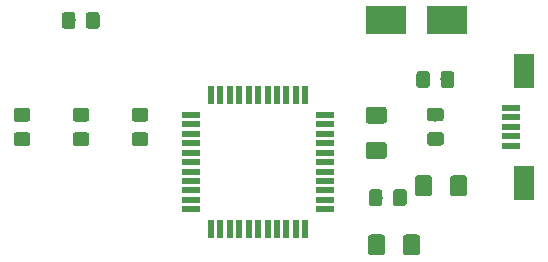
<source format=gbr>
G04 #@! TF.GenerationSoftware,KiCad,Pcbnew,5.0.2+dfsg1-1*
G04 #@! TF.CreationDate,2019-09-12T15:21:08-03:00*
G04 #@! TF.ProjectId,projeto1,70726f6a-6574-46f3-912e-6b696361645f,rev?*
G04 #@! TF.SameCoordinates,Original*
G04 #@! TF.FileFunction,Paste,Top*
G04 #@! TF.FilePolarity,Positive*
%FSLAX46Y46*%
G04 Gerber Fmt 4.6, Leading zero omitted, Abs format (unit mm)*
G04 Created by KiCad (PCBNEW 5.0.2+dfsg1-1) date qui 12 set 2019 15:21:08 -03*
%MOMM*%
%LPD*%
G01*
G04 APERTURE LIST*
%ADD10C,0.100000*%
%ADD11C,1.150000*%
%ADD12R,1.500000X0.500000*%
%ADD13R,1.800000X3.000000*%
%ADD14R,3.500000X2.400000*%
%ADD15R,0.550000X1.500000*%
%ADD16R,1.500000X0.550000*%
%ADD17C,1.425000*%
G04 APERTURE END LIST*
D10*
G04 #@! TO.C,C2*
G36*
X83474505Y-75426204D02*
X83498773Y-75429804D01*
X83522572Y-75435765D01*
X83545671Y-75444030D01*
X83567850Y-75454520D01*
X83588893Y-75467132D01*
X83608599Y-75481747D01*
X83626777Y-75498223D01*
X83643253Y-75516401D01*
X83657868Y-75536107D01*
X83670480Y-75557150D01*
X83680970Y-75579329D01*
X83689235Y-75602428D01*
X83695196Y-75626227D01*
X83698796Y-75650495D01*
X83700000Y-75674999D01*
X83700000Y-76325001D01*
X83698796Y-76349505D01*
X83695196Y-76373773D01*
X83689235Y-76397572D01*
X83680970Y-76420671D01*
X83670480Y-76442850D01*
X83657868Y-76463893D01*
X83643253Y-76483599D01*
X83626777Y-76501777D01*
X83608599Y-76518253D01*
X83588893Y-76532868D01*
X83567850Y-76545480D01*
X83545671Y-76555970D01*
X83522572Y-76564235D01*
X83498773Y-76570196D01*
X83474505Y-76573796D01*
X83450001Y-76575000D01*
X82549999Y-76575000D01*
X82525495Y-76573796D01*
X82501227Y-76570196D01*
X82477428Y-76564235D01*
X82454329Y-76555970D01*
X82432150Y-76545480D01*
X82411107Y-76532868D01*
X82391401Y-76518253D01*
X82373223Y-76501777D01*
X82356747Y-76483599D01*
X82342132Y-76463893D01*
X82329520Y-76442850D01*
X82319030Y-76420671D01*
X82310765Y-76397572D01*
X82304804Y-76373773D01*
X82301204Y-76349505D01*
X82300000Y-76325001D01*
X82300000Y-75674999D01*
X82301204Y-75650495D01*
X82304804Y-75626227D01*
X82310765Y-75602428D01*
X82319030Y-75579329D01*
X82329520Y-75557150D01*
X82342132Y-75536107D01*
X82356747Y-75516401D01*
X82373223Y-75498223D01*
X82391401Y-75481747D01*
X82411107Y-75467132D01*
X82432150Y-75454520D01*
X82454329Y-75444030D01*
X82477428Y-75435765D01*
X82501227Y-75429804D01*
X82525495Y-75426204D01*
X82549999Y-75425000D01*
X83450001Y-75425000D01*
X83474505Y-75426204D01*
X83474505Y-75426204D01*
G37*
D11*
X83000000Y-76000000D03*
D10*
G36*
X83474505Y-77476204D02*
X83498773Y-77479804D01*
X83522572Y-77485765D01*
X83545671Y-77494030D01*
X83567850Y-77504520D01*
X83588893Y-77517132D01*
X83608599Y-77531747D01*
X83626777Y-77548223D01*
X83643253Y-77566401D01*
X83657868Y-77586107D01*
X83670480Y-77607150D01*
X83680970Y-77629329D01*
X83689235Y-77652428D01*
X83695196Y-77676227D01*
X83698796Y-77700495D01*
X83700000Y-77724999D01*
X83700000Y-78375001D01*
X83698796Y-78399505D01*
X83695196Y-78423773D01*
X83689235Y-78447572D01*
X83680970Y-78470671D01*
X83670480Y-78492850D01*
X83657868Y-78513893D01*
X83643253Y-78533599D01*
X83626777Y-78551777D01*
X83608599Y-78568253D01*
X83588893Y-78582868D01*
X83567850Y-78595480D01*
X83545671Y-78605970D01*
X83522572Y-78614235D01*
X83498773Y-78620196D01*
X83474505Y-78623796D01*
X83450001Y-78625000D01*
X82549999Y-78625000D01*
X82525495Y-78623796D01*
X82501227Y-78620196D01*
X82477428Y-78614235D01*
X82454329Y-78605970D01*
X82432150Y-78595480D01*
X82411107Y-78582868D01*
X82391401Y-78568253D01*
X82373223Y-78551777D01*
X82356747Y-78533599D01*
X82342132Y-78513893D01*
X82329520Y-78492850D01*
X82319030Y-78470671D01*
X82310765Y-78447572D01*
X82304804Y-78423773D01*
X82301204Y-78399505D01*
X82300000Y-78375001D01*
X82300000Y-77724999D01*
X82301204Y-77700495D01*
X82304804Y-77676227D01*
X82310765Y-77652428D01*
X82319030Y-77629329D01*
X82329520Y-77607150D01*
X82342132Y-77586107D01*
X82356747Y-77566401D01*
X82373223Y-77548223D01*
X82391401Y-77531747D01*
X82411107Y-77517132D01*
X82432150Y-77504520D01*
X82454329Y-77494030D01*
X82477428Y-77485765D01*
X82501227Y-77479804D01*
X82525495Y-77476204D01*
X82549999Y-77475000D01*
X83450001Y-77475000D01*
X83474505Y-77476204D01*
X83474505Y-77476204D01*
G37*
D11*
X83000000Y-78050000D03*
G04 #@! TD*
D10*
G04 #@! TO.C,C3*
G36*
X112324505Y-72301204D02*
X112348773Y-72304804D01*
X112372572Y-72310765D01*
X112395671Y-72319030D01*
X112417850Y-72329520D01*
X112438893Y-72342132D01*
X112458599Y-72356747D01*
X112476777Y-72373223D01*
X112493253Y-72391401D01*
X112507868Y-72411107D01*
X112520480Y-72432150D01*
X112530970Y-72454329D01*
X112539235Y-72477428D01*
X112545196Y-72501227D01*
X112548796Y-72525495D01*
X112550000Y-72549999D01*
X112550000Y-73450001D01*
X112548796Y-73474505D01*
X112545196Y-73498773D01*
X112539235Y-73522572D01*
X112530970Y-73545671D01*
X112520480Y-73567850D01*
X112507868Y-73588893D01*
X112493253Y-73608599D01*
X112476777Y-73626777D01*
X112458599Y-73643253D01*
X112438893Y-73657868D01*
X112417850Y-73670480D01*
X112395671Y-73680970D01*
X112372572Y-73689235D01*
X112348773Y-73695196D01*
X112324505Y-73698796D01*
X112300001Y-73700000D01*
X111649999Y-73700000D01*
X111625495Y-73698796D01*
X111601227Y-73695196D01*
X111577428Y-73689235D01*
X111554329Y-73680970D01*
X111532150Y-73670480D01*
X111511107Y-73657868D01*
X111491401Y-73643253D01*
X111473223Y-73626777D01*
X111456747Y-73608599D01*
X111442132Y-73588893D01*
X111429520Y-73567850D01*
X111419030Y-73545671D01*
X111410765Y-73522572D01*
X111404804Y-73498773D01*
X111401204Y-73474505D01*
X111400000Y-73450001D01*
X111400000Y-72549999D01*
X111401204Y-72525495D01*
X111404804Y-72501227D01*
X111410765Y-72477428D01*
X111419030Y-72454329D01*
X111429520Y-72432150D01*
X111442132Y-72411107D01*
X111456747Y-72391401D01*
X111473223Y-72373223D01*
X111491401Y-72356747D01*
X111511107Y-72342132D01*
X111532150Y-72329520D01*
X111554329Y-72319030D01*
X111577428Y-72310765D01*
X111601227Y-72304804D01*
X111625495Y-72301204D01*
X111649999Y-72300000D01*
X112300001Y-72300000D01*
X112324505Y-72301204D01*
X112324505Y-72301204D01*
G37*
D11*
X111975000Y-73000000D03*
D10*
G36*
X114374505Y-72301204D02*
X114398773Y-72304804D01*
X114422572Y-72310765D01*
X114445671Y-72319030D01*
X114467850Y-72329520D01*
X114488893Y-72342132D01*
X114508599Y-72356747D01*
X114526777Y-72373223D01*
X114543253Y-72391401D01*
X114557868Y-72411107D01*
X114570480Y-72432150D01*
X114580970Y-72454329D01*
X114589235Y-72477428D01*
X114595196Y-72501227D01*
X114598796Y-72525495D01*
X114600000Y-72549999D01*
X114600000Y-73450001D01*
X114598796Y-73474505D01*
X114595196Y-73498773D01*
X114589235Y-73522572D01*
X114580970Y-73545671D01*
X114570480Y-73567850D01*
X114557868Y-73588893D01*
X114543253Y-73608599D01*
X114526777Y-73626777D01*
X114508599Y-73643253D01*
X114488893Y-73657868D01*
X114467850Y-73670480D01*
X114445671Y-73680970D01*
X114422572Y-73689235D01*
X114398773Y-73695196D01*
X114374505Y-73698796D01*
X114350001Y-73700000D01*
X113699999Y-73700000D01*
X113675495Y-73698796D01*
X113651227Y-73695196D01*
X113627428Y-73689235D01*
X113604329Y-73680970D01*
X113582150Y-73670480D01*
X113561107Y-73657868D01*
X113541401Y-73643253D01*
X113523223Y-73626777D01*
X113506747Y-73608599D01*
X113492132Y-73588893D01*
X113479520Y-73567850D01*
X113469030Y-73545671D01*
X113460765Y-73522572D01*
X113454804Y-73498773D01*
X113451204Y-73474505D01*
X113450000Y-73450001D01*
X113450000Y-72549999D01*
X113451204Y-72525495D01*
X113454804Y-72501227D01*
X113460765Y-72477428D01*
X113469030Y-72454329D01*
X113479520Y-72432150D01*
X113492132Y-72411107D01*
X113506747Y-72391401D01*
X113523223Y-72373223D01*
X113541401Y-72356747D01*
X113561107Y-72342132D01*
X113582150Y-72329520D01*
X113604329Y-72319030D01*
X113627428Y-72310765D01*
X113651227Y-72304804D01*
X113675495Y-72301204D01*
X113699999Y-72300000D01*
X114350001Y-72300000D01*
X114374505Y-72301204D01*
X114374505Y-72301204D01*
G37*
D11*
X114025000Y-73000000D03*
G04 #@! TD*
D10*
G04 #@! TO.C,C4*
G36*
X82299505Y-67301204D02*
X82323773Y-67304804D01*
X82347572Y-67310765D01*
X82370671Y-67319030D01*
X82392850Y-67329520D01*
X82413893Y-67342132D01*
X82433599Y-67356747D01*
X82451777Y-67373223D01*
X82468253Y-67391401D01*
X82482868Y-67411107D01*
X82495480Y-67432150D01*
X82505970Y-67454329D01*
X82514235Y-67477428D01*
X82520196Y-67501227D01*
X82523796Y-67525495D01*
X82525000Y-67549999D01*
X82525000Y-68450001D01*
X82523796Y-68474505D01*
X82520196Y-68498773D01*
X82514235Y-68522572D01*
X82505970Y-68545671D01*
X82495480Y-68567850D01*
X82482868Y-68588893D01*
X82468253Y-68608599D01*
X82451777Y-68626777D01*
X82433599Y-68643253D01*
X82413893Y-68657868D01*
X82392850Y-68670480D01*
X82370671Y-68680970D01*
X82347572Y-68689235D01*
X82323773Y-68695196D01*
X82299505Y-68698796D01*
X82275001Y-68700000D01*
X81624999Y-68700000D01*
X81600495Y-68698796D01*
X81576227Y-68695196D01*
X81552428Y-68689235D01*
X81529329Y-68680970D01*
X81507150Y-68670480D01*
X81486107Y-68657868D01*
X81466401Y-68643253D01*
X81448223Y-68626777D01*
X81431747Y-68608599D01*
X81417132Y-68588893D01*
X81404520Y-68567850D01*
X81394030Y-68545671D01*
X81385765Y-68522572D01*
X81379804Y-68498773D01*
X81376204Y-68474505D01*
X81375000Y-68450001D01*
X81375000Y-67549999D01*
X81376204Y-67525495D01*
X81379804Y-67501227D01*
X81385765Y-67477428D01*
X81394030Y-67454329D01*
X81404520Y-67432150D01*
X81417132Y-67411107D01*
X81431747Y-67391401D01*
X81448223Y-67373223D01*
X81466401Y-67356747D01*
X81486107Y-67342132D01*
X81507150Y-67329520D01*
X81529329Y-67319030D01*
X81552428Y-67310765D01*
X81576227Y-67304804D01*
X81600495Y-67301204D01*
X81624999Y-67300000D01*
X82275001Y-67300000D01*
X82299505Y-67301204D01*
X82299505Y-67301204D01*
G37*
D11*
X81950000Y-68000000D03*
D10*
G36*
X84349505Y-67301204D02*
X84373773Y-67304804D01*
X84397572Y-67310765D01*
X84420671Y-67319030D01*
X84442850Y-67329520D01*
X84463893Y-67342132D01*
X84483599Y-67356747D01*
X84501777Y-67373223D01*
X84518253Y-67391401D01*
X84532868Y-67411107D01*
X84545480Y-67432150D01*
X84555970Y-67454329D01*
X84564235Y-67477428D01*
X84570196Y-67501227D01*
X84573796Y-67525495D01*
X84575000Y-67549999D01*
X84575000Y-68450001D01*
X84573796Y-68474505D01*
X84570196Y-68498773D01*
X84564235Y-68522572D01*
X84555970Y-68545671D01*
X84545480Y-68567850D01*
X84532868Y-68588893D01*
X84518253Y-68608599D01*
X84501777Y-68626777D01*
X84483599Y-68643253D01*
X84463893Y-68657868D01*
X84442850Y-68670480D01*
X84420671Y-68680970D01*
X84397572Y-68689235D01*
X84373773Y-68695196D01*
X84349505Y-68698796D01*
X84325001Y-68700000D01*
X83674999Y-68700000D01*
X83650495Y-68698796D01*
X83626227Y-68695196D01*
X83602428Y-68689235D01*
X83579329Y-68680970D01*
X83557150Y-68670480D01*
X83536107Y-68657868D01*
X83516401Y-68643253D01*
X83498223Y-68626777D01*
X83481747Y-68608599D01*
X83467132Y-68588893D01*
X83454520Y-68567850D01*
X83444030Y-68545671D01*
X83435765Y-68522572D01*
X83429804Y-68498773D01*
X83426204Y-68474505D01*
X83425000Y-68450001D01*
X83425000Y-67549999D01*
X83426204Y-67525495D01*
X83429804Y-67501227D01*
X83435765Y-67477428D01*
X83444030Y-67454329D01*
X83454520Y-67432150D01*
X83467132Y-67411107D01*
X83481747Y-67391401D01*
X83498223Y-67373223D01*
X83516401Y-67356747D01*
X83536107Y-67342132D01*
X83557150Y-67329520D01*
X83579329Y-67319030D01*
X83602428Y-67310765D01*
X83626227Y-67304804D01*
X83650495Y-67301204D01*
X83674999Y-67300000D01*
X84325001Y-67300000D01*
X84349505Y-67301204D01*
X84349505Y-67301204D01*
G37*
D11*
X84000000Y-68000000D03*
G04 #@! TD*
D10*
G04 #@! TO.C,C5*
G36*
X88474505Y-75426204D02*
X88498773Y-75429804D01*
X88522572Y-75435765D01*
X88545671Y-75444030D01*
X88567850Y-75454520D01*
X88588893Y-75467132D01*
X88608599Y-75481747D01*
X88626777Y-75498223D01*
X88643253Y-75516401D01*
X88657868Y-75536107D01*
X88670480Y-75557150D01*
X88680970Y-75579329D01*
X88689235Y-75602428D01*
X88695196Y-75626227D01*
X88698796Y-75650495D01*
X88700000Y-75674999D01*
X88700000Y-76325001D01*
X88698796Y-76349505D01*
X88695196Y-76373773D01*
X88689235Y-76397572D01*
X88680970Y-76420671D01*
X88670480Y-76442850D01*
X88657868Y-76463893D01*
X88643253Y-76483599D01*
X88626777Y-76501777D01*
X88608599Y-76518253D01*
X88588893Y-76532868D01*
X88567850Y-76545480D01*
X88545671Y-76555970D01*
X88522572Y-76564235D01*
X88498773Y-76570196D01*
X88474505Y-76573796D01*
X88450001Y-76575000D01*
X87549999Y-76575000D01*
X87525495Y-76573796D01*
X87501227Y-76570196D01*
X87477428Y-76564235D01*
X87454329Y-76555970D01*
X87432150Y-76545480D01*
X87411107Y-76532868D01*
X87391401Y-76518253D01*
X87373223Y-76501777D01*
X87356747Y-76483599D01*
X87342132Y-76463893D01*
X87329520Y-76442850D01*
X87319030Y-76420671D01*
X87310765Y-76397572D01*
X87304804Y-76373773D01*
X87301204Y-76349505D01*
X87300000Y-76325001D01*
X87300000Y-75674999D01*
X87301204Y-75650495D01*
X87304804Y-75626227D01*
X87310765Y-75602428D01*
X87319030Y-75579329D01*
X87329520Y-75557150D01*
X87342132Y-75536107D01*
X87356747Y-75516401D01*
X87373223Y-75498223D01*
X87391401Y-75481747D01*
X87411107Y-75467132D01*
X87432150Y-75454520D01*
X87454329Y-75444030D01*
X87477428Y-75435765D01*
X87501227Y-75429804D01*
X87525495Y-75426204D01*
X87549999Y-75425000D01*
X88450001Y-75425000D01*
X88474505Y-75426204D01*
X88474505Y-75426204D01*
G37*
D11*
X88000000Y-76000000D03*
D10*
G36*
X88474505Y-77476204D02*
X88498773Y-77479804D01*
X88522572Y-77485765D01*
X88545671Y-77494030D01*
X88567850Y-77504520D01*
X88588893Y-77517132D01*
X88608599Y-77531747D01*
X88626777Y-77548223D01*
X88643253Y-77566401D01*
X88657868Y-77586107D01*
X88670480Y-77607150D01*
X88680970Y-77629329D01*
X88689235Y-77652428D01*
X88695196Y-77676227D01*
X88698796Y-77700495D01*
X88700000Y-77724999D01*
X88700000Y-78375001D01*
X88698796Y-78399505D01*
X88695196Y-78423773D01*
X88689235Y-78447572D01*
X88680970Y-78470671D01*
X88670480Y-78492850D01*
X88657868Y-78513893D01*
X88643253Y-78533599D01*
X88626777Y-78551777D01*
X88608599Y-78568253D01*
X88588893Y-78582868D01*
X88567850Y-78595480D01*
X88545671Y-78605970D01*
X88522572Y-78614235D01*
X88498773Y-78620196D01*
X88474505Y-78623796D01*
X88450001Y-78625000D01*
X87549999Y-78625000D01*
X87525495Y-78623796D01*
X87501227Y-78620196D01*
X87477428Y-78614235D01*
X87454329Y-78605970D01*
X87432150Y-78595480D01*
X87411107Y-78582868D01*
X87391401Y-78568253D01*
X87373223Y-78551777D01*
X87356747Y-78533599D01*
X87342132Y-78513893D01*
X87329520Y-78492850D01*
X87319030Y-78470671D01*
X87310765Y-78447572D01*
X87304804Y-78423773D01*
X87301204Y-78399505D01*
X87300000Y-78375001D01*
X87300000Y-77724999D01*
X87301204Y-77700495D01*
X87304804Y-77676227D01*
X87310765Y-77652428D01*
X87319030Y-77629329D01*
X87329520Y-77607150D01*
X87342132Y-77586107D01*
X87356747Y-77566401D01*
X87373223Y-77548223D01*
X87391401Y-77531747D01*
X87411107Y-77517132D01*
X87432150Y-77504520D01*
X87454329Y-77494030D01*
X87477428Y-77485765D01*
X87501227Y-77479804D01*
X87525495Y-77476204D01*
X87549999Y-77475000D01*
X88450001Y-77475000D01*
X88474505Y-77476204D01*
X88474505Y-77476204D01*
G37*
D11*
X88000000Y-78050000D03*
G04 #@! TD*
D10*
G04 #@! TO.C,C6*
G36*
X78474505Y-77476204D02*
X78498773Y-77479804D01*
X78522572Y-77485765D01*
X78545671Y-77494030D01*
X78567850Y-77504520D01*
X78588893Y-77517132D01*
X78608599Y-77531747D01*
X78626777Y-77548223D01*
X78643253Y-77566401D01*
X78657868Y-77586107D01*
X78670480Y-77607150D01*
X78680970Y-77629329D01*
X78689235Y-77652428D01*
X78695196Y-77676227D01*
X78698796Y-77700495D01*
X78700000Y-77724999D01*
X78700000Y-78375001D01*
X78698796Y-78399505D01*
X78695196Y-78423773D01*
X78689235Y-78447572D01*
X78680970Y-78470671D01*
X78670480Y-78492850D01*
X78657868Y-78513893D01*
X78643253Y-78533599D01*
X78626777Y-78551777D01*
X78608599Y-78568253D01*
X78588893Y-78582868D01*
X78567850Y-78595480D01*
X78545671Y-78605970D01*
X78522572Y-78614235D01*
X78498773Y-78620196D01*
X78474505Y-78623796D01*
X78450001Y-78625000D01*
X77549999Y-78625000D01*
X77525495Y-78623796D01*
X77501227Y-78620196D01*
X77477428Y-78614235D01*
X77454329Y-78605970D01*
X77432150Y-78595480D01*
X77411107Y-78582868D01*
X77391401Y-78568253D01*
X77373223Y-78551777D01*
X77356747Y-78533599D01*
X77342132Y-78513893D01*
X77329520Y-78492850D01*
X77319030Y-78470671D01*
X77310765Y-78447572D01*
X77304804Y-78423773D01*
X77301204Y-78399505D01*
X77300000Y-78375001D01*
X77300000Y-77724999D01*
X77301204Y-77700495D01*
X77304804Y-77676227D01*
X77310765Y-77652428D01*
X77319030Y-77629329D01*
X77329520Y-77607150D01*
X77342132Y-77586107D01*
X77356747Y-77566401D01*
X77373223Y-77548223D01*
X77391401Y-77531747D01*
X77411107Y-77517132D01*
X77432150Y-77504520D01*
X77454329Y-77494030D01*
X77477428Y-77485765D01*
X77501227Y-77479804D01*
X77525495Y-77476204D01*
X77549999Y-77475000D01*
X78450001Y-77475000D01*
X78474505Y-77476204D01*
X78474505Y-77476204D01*
G37*
D11*
X78000000Y-78050000D03*
D10*
G36*
X78474505Y-75426204D02*
X78498773Y-75429804D01*
X78522572Y-75435765D01*
X78545671Y-75444030D01*
X78567850Y-75454520D01*
X78588893Y-75467132D01*
X78608599Y-75481747D01*
X78626777Y-75498223D01*
X78643253Y-75516401D01*
X78657868Y-75536107D01*
X78670480Y-75557150D01*
X78680970Y-75579329D01*
X78689235Y-75602428D01*
X78695196Y-75626227D01*
X78698796Y-75650495D01*
X78700000Y-75674999D01*
X78700000Y-76325001D01*
X78698796Y-76349505D01*
X78695196Y-76373773D01*
X78689235Y-76397572D01*
X78680970Y-76420671D01*
X78670480Y-76442850D01*
X78657868Y-76463893D01*
X78643253Y-76483599D01*
X78626777Y-76501777D01*
X78608599Y-76518253D01*
X78588893Y-76532868D01*
X78567850Y-76545480D01*
X78545671Y-76555970D01*
X78522572Y-76564235D01*
X78498773Y-76570196D01*
X78474505Y-76573796D01*
X78450001Y-76575000D01*
X77549999Y-76575000D01*
X77525495Y-76573796D01*
X77501227Y-76570196D01*
X77477428Y-76564235D01*
X77454329Y-76555970D01*
X77432150Y-76545480D01*
X77411107Y-76532868D01*
X77391401Y-76518253D01*
X77373223Y-76501777D01*
X77356747Y-76483599D01*
X77342132Y-76463893D01*
X77329520Y-76442850D01*
X77319030Y-76420671D01*
X77310765Y-76397572D01*
X77304804Y-76373773D01*
X77301204Y-76349505D01*
X77300000Y-76325001D01*
X77300000Y-75674999D01*
X77301204Y-75650495D01*
X77304804Y-75626227D01*
X77310765Y-75602428D01*
X77319030Y-75579329D01*
X77329520Y-75557150D01*
X77342132Y-75536107D01*
X77356747Y-75516401D01*
X77373223Y-75498223D01*
X77391401Y-75481747D01*
X77411107Y-75467132D01*
X77432150Y-75454520D01*
X77454329Y-75444030D01*
X77477428Y-75435765D01*
X77501227Y-75429804D01*
X77525495Y-75426204D01*
X77549999Y-75425000D01*
X78450001Y-75425000D01*
X78474505Y-75426204D01*
X78474505Y-75426204D01*
G37*
D11*
X78000000Y-76000000D03*
G04 #@! TD*
D10*
G04 #@! TO.C,C7*
G36*
X113474505Y-75401204D02*
X113498773Y-75404804D01*
X113522572Y-75410765D01*
X113545671Y-75419030D01*
X113567850Y-75429520D01*
X113588893Y-75442132D01*
X113608599Y-75456747D01*
X113626777Y-75473223D01*
X113643253Y-75491401D01*
X113657868Y-75511107D01*
X113670480Y-75532150D01*
X113680970Y-75554329D01*
X113689235Y-75577428D01*
X113695196Y-75601227D01*
X113698796Y-75625495D01*
X113700000Y-75649999D01*
X113700000Y-76300001D01*
X113698796Y-76324505D01*
X113695196Y-76348773D01*
X113689235Y-76372572D01*
X113680970Y-76395671D01*
X113670480Y-76417850D01*
X113657868Y-76438893D01*
X113643253Y-76458599D01*
X113626777Y-76476777D01*
X113608599Y-76493253D01*
X113588893Y-76507868D01*
X113567850Y-76520480D01*
X113545671Y-76530970D01*
X113522572Y-76539235D01*
X113498773Y-76545196D01*
X113474505Y-76548796D01*
X113450001Y-76550000D01*
X112549999Y-76550000D01*
X112525495Y-76548796D01*
X112501227Y-76545196D01*
X112477428Y-76539235D01*
X112454329Y-76530970D01*
X112432150Y-76520480D01*
X112411107Y-76507868D01*
X112391401Y-76493253D01*
X112373223Y-76476777D01*
X112356747Y-76458599D01*
X112342132Y-76438893D01*
X112329520Y-76417850D01*
X112319030Y-76395671D01*
X112310765Y-76372572D01*
X112304804Y-76348773D01*
X112301204Y-76324505D01*
X112300000Y-76300001D01*
X112300000Y-75649999D01*
X112301204Y-75625495D01*
X112304804Y-75601227D01*
X112310765Y-75577428D01*
X112319030Y-75554329D01*
X112329520Y-75532150D01*
X112342132Y-75511107D01*
X112356747Y-75491401D01*
X112373223Y-75473223D01*
X112391401Y-75456747D01*
X112411107Y-75442132D01*
X112432150Y-75429520D01*
X112454329Y-75419030D01*
X112477428Y-75410765D01*
X112501227Y-75404804D01*
X112525495Y-75401204D01*
X112549999Y-75400000D01*
X113450001Y-75400000D01*
X113474505Y-75401204D01*
X113474505Y-75401204D01*
G37*
D11*
X113000000Y-75975000D03*
D10*
G36*
X113474505Y-77451204D02*
X113498773Y-77454804D01*
X113522572Y-77460765D01*
X113545671Y-77469030D01*
X113567850Y-77479520D01*
X113588893Y-77492132D01*
X113608599Y-77506747D01*
X113626777Y-77523223D01*
X113643253Y-77541401D01*
X113657868Y-77561107D01*
X113670480Y-77582150D01*
X113680970Y-77604329D01*
X113689235Y-77627428D01*
X113695196Y-77651227D01*
X113698796Y-77675495D01*
X113700000Y-77699999D01*
X113700000Y-78350001D01*
X113698796Y-78374505D01*
X113695196Y-78398773D01*
X113689235Y-78422572D01*
X113680970Y-78445671D01*
X113670480Y-78467850D01*
X113657868Y-78488893D01*
X113643253Y-78508599D01*
X113626777Y-78526777D01*
X113608599Y-78543253D01*
X113588893Y-78557868D01*
X113567850Y-78570480D01*
X113545671Y-78580970D01*
X113522572Y-78589235D01*
X113498773Y-78595196D01*
X113474505Y-78598796D01*
X113450001Y-78600000D01*
X112549999Y-78600000D01*
X112525495Y-78598796D01*
X112501227Y-78595196D01*
X112477428Y-78589235D01*
X112454329Y-78580970D01*
X112432150Y-78570480D01*
X112411107Y-78557868D01*
X112391401Y-78543253D01*
X112373223Y-78526777D01*
X112356747Y-78508599D01*
X112342132Y-78488893D01*
X112329520Y-78467850D01*
X112319030Y-78445671D01*
X112310765Y-78422572D01*
X112304804Y-78398773D01*
X112301204Y-78374505D01*
X112300000Y-78350001D01*
X112300000Y-77699999D01*
X112301204Y-77675495D01*
X112304804Y-77651227D01*
X112310765Y-77627428D01*
X112319030Y-77604329D01*
X112329520Y-77582150D01*
X112342132Y-77561107D01*
X112356747Y-77541401D01*
X112373223Y-77523223D01*
X112391401Y-77506747D01*
X112411107Y-77492132D01*
X112432150Y-77479520D01*
X112454329Y-77469030D01*
X112477428Y-77460765D01*
X112501227Y-77454804D01*
X112525495Y-77451204D01*
X112549999Y-77450000D01*
X113450001Y-77450000D01*
X113474505Y-77451204D01*
X113474505Y-77451204D01*
G37*
D11*
X113000000Y-78025000D03*
G04 #@! TD*
D10*
G04 #@! TO.C,C1*
G36*
X108299505Y-82301204D02*
X108323773Y-82304804D01*
X108347572Y-82310765D01*
X108370671Y-82319030D01*
X108392850Y-82329520D01*
X108413893Y-82342132D01*
X108433599Y-82356747D01*
X108451777Y-82373223D01*
X108468253Y-82391401D01*
X108482868Y-82411107D01*
X108495480Y-82432150D01*
X108505970Y-82454329D01*
X108514235Y-82477428D01*
X108520196Y-82501227D01*
X108523796Y-82525495D01*
X108525000Y-82549999D01*
X108525000Y-83450001D01*
X108523796Y-83474505D01*
X108520196Y-83498773D01*
X108514235Y-83522572D01*
X108505970Y-83545671D01*
X108495480Y-83567850D01*
X108482868Y-83588893D01*
X108468253Y-83608599D01*
X108451777Y-83626777D01*
X108433599Y-83643253D01*
X108413893Y-83657868D01*
X108392850Y-83670480D01*
X108370671Y-83680970D01*
X108347572Y-83689235D01*
X108323773Y-83695196D01*
X108299505Y-83698796D01*
X108275001Y-83700000D01*
X107624999Y-83700000D01*
X107600495Y-83698796D01*
X107576227Y-83695196D01*
X107552428Y-83689235D01*
X107529329Y-83680970D01*
X107507150Y-83670480D01*
X107486107Y-83657868D01*
X107466401Y-83643253D01*
X107448223Y-83626777D01*
X107431747Y-83608599D01*
X107417132Y-83588893D01*
X107404520Y-83567850D01*
X107394030Y-83545671D01*
X107385765Y-83522572D01*
X107379804Y-83498773D01*
X107376204Y-83474505D01*
X107375000Y-83450001D01*
X107375000Y-82549999D01*
X107376204Y-82525495D01*
X107379804Y-82501227D01*
X107385765Y-82477428D01*
X107394030Y-82454329D01*
X107404520Y-82432150D01*
X107417132Y-82411107D01*
X107431747Y-82391401D01*
X107448223Y-82373223D01*
X107466401Y-82356747D01*
X107486107Y-82342132D01*
X107507150Y-82329520D01*
X107529329Y-82319030D01*
X107552428Y-82310765D01*
X107576227Y-82304804D01*
X107600495Y-82301204D01*
X107624999Y-82300000D01*
X108275001Y-82300000D01*
X108299505Y-82301204D01*
X108299505Y-82301204D01*
G37*
D11*
X107950000Y-83000000D03*
D10*
G36*
X110349505Y-82301204D02*
X110373773Y-82304804D01*
X110397572Y-82310765D01*
X110420671Y-82319030D01*
X110442850Y-82329520D01*
X110463893Y-82342132D01*
X110483599Y-82356747D01*
X110501777Y-82373223D01*
X110518253Y-82391401D01*
X110532868Y-82411107D01*
X110545480Y-82432150D01*
X110555970Y-82454329D01*
X110564235Y-82477428D01*
X110570196Y-82501227D01*
X110573796Y-82525495D01*
X110575000Y-82549999D01*
X110575000Y-83450001D01*
X110573796Y-83474505D01*
X110570196Y-83498773D01*
X110564235Y-83522572D01*
X110555970Y-83545671D01*
X110545480Y-83567850D01*
X110532868Y-83588893D01*
X110518253Y-83608599D01*
X110501777Y-83626777D01*
X110483599Y-83643253D01*
X110463893Y-83657868D01*
X110442850Y-83670480D01*
X110420671Y-83680970D01*
X110397572Y-83689235D01*
X110373773Y-83695196D01*
X110349505Y-83698796D01*
X110325001Y-83700000D01*
X109674999Y-83700000D01*
X109650495Y-83698796D01*
X109626227Y-83695196D01*
X109602428Y-83689235D01*
X109579329Y-83680970D01*
X109557150Y-83670480D01*
X109536107Y-83657868D01*
X109516401Y-83643253D01*
X109498223Y-83626777D01*
X109481747Y-83608599D01*
X109467132Y-83588893D01*
X109454520Y-83567850D01*
X109444030Y-83545671D01*
X109435765Y-83522572D01*
X109429804Y-83498773D01*
X109426204Y-83474505D01*
X109425000Y-83450001D01*
X109425000Y-82549999D01*
X109426204Y-82525495D01*
X109429804Y-82501227D01*
X109435765Y-82477428D01*
X109444030Y-82454329D01*
X109454520Y-82432150D01*
X109467132Y-82411107D01*
X109481747Y-82391401D01*
X109498223Y-82373223D01*
X109516401Y-82356747D01*
X109536107Y-82342132D01*
X109557150Y-82329520D01*
X109579329Y-82319030D01*
X109602428Y-82310765D01*
X109626227Y-82304804D01*
X109650495Y-82301204D01*
X109674999Y-82300000D01*
X110325001Y-82300000D01*
X110349505Y-82301204D01*
X110349505Y-82301204D01*
G37*
D11*
X110000000Y-83000000D03*
G04 #@! TD*
D12*
G04 #@! TO.C,J1*
X119400000Y-78600000D03*
X119400000Y-77800000D03*
X119400000Y-77000000D03*
X119400000Y-76200000D03*
X119400000Y-75400000D03*
D13*
X120550000Y-81750000D03*
X120550000Y-72250000D03*
G04 #@! TD*
D14*
G04 #@! TO.C,Y1*
X108800000Y-68000000D03*
X114000000Y-68000000D03*
G04 #@! TD*
D15*
G04 #@! TO.C,U1*
X102000000Y-74300000D03*
X101200000Y-74300000D03*
X100400000Y-74300000D03*
X99600000Y-74300000D03*
X98800000Y-74300000D03*
X98000000Y-74300000D03*
X97200000Y-74300000D03*
X96400000Y-74300000D03*
X95600000Y-74300000D03*
X94800000Y-74300000D03*
X94000000Y-74300000D03*
D16*
X92300000Y-76000000D03*
X92300000Y-76800000D03*
X92300000Y-77600000D03*
X92300000Y-78400000D03*
X92300000Y-79200000D03*
X92300000Y-80000000D03*
X92300000Y-80800000D03*
X92300000Y-81600000D03*
X92300000Y-82400000D03*
X92300000Y-83200000D03*
X92300000Y-84000000D03*
D15*
X94000000Y-85700000D03*
X94800000Y-85700000D03*
X95600000Y-85700000D03*
X96400000Y-85700000D03*
X97200000Y-85700000D03*
X98000000Y-85700000D03*
X98800000Y-85700000D03*
X99600000Y-85700000D03*
X100400000Y-85700000D03*
X101200000Y-85700000D03*
X102000000Y-85700000D03*
D16*
X103700000Y-84000000D03*
X103700000Y-83200000D03*
X103700000Y-82400000D03*
X103700000Y-81600000D03*
X103700000Y-80800000D03*
X103700000Y-80000000D03*
X103700000Y-79200000D03*
X103700000Y-78400000D03*
X103700000Y-77600000D03*
X103700000Y-76800000D03*
X103700000Y-76000000D03*
G04 #@! TD*
D10*
G04 #@! TO.C,R3*
G36*
X111487004Y-86126204D02*
X111511273Y-86129804D01*
X111535071Y-86135765D01*
X111558171Y-86144030D01*
X111580349Y-86154520D01*
X111601393Y-86167133D01*
X111621098Y-86181747D01*
X111639277Y-86198223D01*
X111655753Y-86216402D01*
X111670367Y-86236107D01*
X111682980Y-86257151D01*
X111693470Y-86279329D01*
X111701735Y-86302429D01*
X111707696Y-86326227D01*
X111711296Y-86350496D01*
X111712500Y-86375000D01*
X111712500Y-87625000D01*
X111711296Y-87649504D01*
X111707696Y-87673773D01*
X111701735Y-87697571D01*
X111693470Y-87720671D01*
X111682980Y-87742849D01*
X111670367Y-87763893D01*
X111655753Y-87783598D01*
X111639277Y-87801777D01*
X111621098Y-87818253D01*
X111601393Y-87832867D01*
X111580349Y-87845480D01*
X111558171Y-87855970D01*
X111535071Y-87864235D01*
X111511273Y-87870196D01*
X111487004Y-87873796D01*
X111462500Y-87875000D01*
X110537500Y-87875000D01*
X110512996Y-87873796D01*
X110488727Y-87870196D01*
X110464929Y-87864235D01*
X110441829Y-87855970D01*
X110419651Y-87845480D01*
X110398607Y-87832867D01*
X110378902Y-87818253D01*
X110360723Y-87801777D01*
X110344247Y-87783598D01*
X110329633Y-87763893D01*
X110317020Y-87742849D01*
X110306530Y-87720671D01*
X110298265Y-87697571D01*
X110292304Y-87673773D01*
X110288704Y-87649504D01*
X110287500Y-87625000D01*
X110287500Y-86375000D01*
X110288704Y-86350496D01*
X110292304Y-86326227D01*
X110298265Y-86302429D01*
X110306530Y-86279329D01*
X110317020Y-86257151D01*
X110329633Y-86236107D01*
X110344247Y-86216402D01*
X110360723Y-86198223D01*
X110378902Y-86181747D01*
X110398607Y-86167133D01*
X110419651Y-86154520D01*
X110441829Y-86144030D01*
X110464929Y-86135765D01*
X110488727Y-86129804D01*
X110512996Y-86126204D01*
X110537500Y-86125000D01*
X111462500Y-86125000D01*
X111487004Y-86126204D01*
X111487004Y-86126204D01*
G37*
D17*
X111000000Y-87000000D03*
D10*
G36*
X108512004Y-86126204D02*
X108536273Y-86129804D01*
X108560071Y-86135765D01*
X108583171Y-86144030D01*
X108605349Y-86154520D01*
X108626393Y-86167133D01*
X108646098Y-86181747D01*
X108664277Y-86198223D01*
X108680753Y-86216402D01*
X108695367Y-86236107D01*
X108707980Y-86257151D01*
X108718470Y-86279329D01*
X108726735Y-86302429D01*
X108732696Y-86326227D01*
X108736296Y-86350496D01*
X108737500Y-86375000D01*
X108737500Y-87625000D01*
X108736296Y-87649504D01*
X108732696Y-87673773D01*
X108726735Y-87697571D01*
X108718470Y-87720671D01*
X108707980Y-87742849D01*
X108695367Y-87763893D01*
X108680753Y-87783598D01*
X108664277Y-87801777D01*
X108646098Y-87818253D01*
X108626393Y-87832867D01*
X108605349Y-87845480D01*
X108583171Y-87855970D01*
X108560071Y-87864235D01*
X108536273Y-87870196D01*
X108512004Y-87873796D01*
X108487500Y-87875000D01*
X107562500Y-87875000D01*
X107537996Y-87873796D01*
X107513727Y-87870196D01*
X107489929Y-87864235D01*
X107466829Y-87855970D01*
X107444651Y-87845480D01*
X107423607Y-87832867D01*
X107403902Y-87818253D01*
X107385723Y-87801777D01*
X107369247Y-87783598D01*
X107354633Y-87763893D01*
X107342020Y-87742849D01*
X107331530Y-87720671D01*
X107323265Y-87697571D01*
X107317304Y-87673773D01*
X107313704Y-87649504D01*
X107312500Y-87625000D01*
X107312500Y-86375000D01*
X107313704Y-86350496D01*
X107317304Y-86326227D01*
X107323265Y-86302429D01*
X107331530Y-86279329D01*
X107342020Y-86257151D01*
X107354633Y-86236107D01*
X107369247Y-86216402D01*
X107385723Y-86198223D01*
X107403902Y-86181747D01*
X107423607Y-86167133D01*
X107444651Y-86154520D01*
X107466829Y-86144030D01*
X107489929Y-86135765D01*
X107513727Y-86129804D01*
X107537996Y-86126204D01*
X107562500Y-86125000D01*
X108487500Y-86125000D01*
X108512004Y-86126204D01*
X108512004Y-86126204D01*
G37*
D17*
X108025000Y-87000000D03*
G04 #@! TD*
D10*
G04 #@! TO.C,R1*
G36*
X115462004Y-81126204D02*
X115486273Y-81129804D01*
X115510071Y-81135765D01*
X115533171Y-81144030D01*
X115555349Y-81154520D01*
X115576393Y-81167133D01*
X115596098Y-81181747D01*
X115614277Y-81198223D01*
X115630753Y-81216402D01*
X115645367Y-81236107D01*
X115657980Y-81257151D01*
X115668470Y-81279329D01*
X115676735Y-81302429D01*
X115682696Y-81326227D01*
X115686296Y-81350496D01*
X115687500Y-81375000D01*
X115687500Y-82625000D01*
X115686296Y-82649504D01*
X115682696Y-82673773D01*
X115676735Y-82697571D01*
X115668470Y-82720671D01*
X115657980Y-82742849D01*
X115645367Y-82763893D01*
X115630753Y-82783598D01*
X115614277Y-82801777D01*
X115596098Y-82818253D01*
X115576393Y-82832867D01*
X115555349Y-82845480D01*
X115533171Y-82855970D01*
X115510071Y-82864235D01*
X115486273Y-82870196D01*
X115462004Y-82873796D01*
X115437500Y-82875000D01*
X114512500Y-82875000D01*
X114487996Y-82873796D01*
X114463727Y-82870196D01*
X114439929Y-82864235D01*
X114416829Y-82855970D01*
X114394651Y-82845480D01*
X114373607Y-82832867D01*
X114353902Y-82818253D01*
X114335723Y-82801777D01*
X114319247Y-82783598D01*
X114304633Y-82763893D01*
X114292020Y-82742849D01*
X114281530Y-82720671D01*
X114273265Y-82697571D01*
X114267304Y-82673773D01*
X114263704Y-82649504D01*
X114262500Y-82625000D01*
X114262500Y-81375000D01*
X114263704Y-81350496D01*
X114267304Y-81326227D01*
X114273265Y-81302429D01*
X114281530Y-81279329D01*
X114292020Y-81257151D01*
X114304633Y-81236107D01*
X114319247Y-81216402D01*
X114335723Y-81198223D01*
X114353902Y-81181747D01*
X114373607Y-81167133D01*
X114394651Y-81154520D01*
X114416829Y-81144030D01*
X114439929Y-81135765D01*
X114463727Y-81129804D01*
X114487996Y-81126204D01*
X114512500Y-81125000D01*
X115437500Y-81125000D01*
X115462004Y-81126204D01*
X115462004Y-81126204D01*
G37*
D17*
X114975000Y-82000000D03*
D10*
G36*
X112487004Y-81126204D02*
X112511273Y-81129804D01*
X112535071Y-81135765D01*
X112558171Y-81144030D01*
X112580349Y-81154520D01*
X112601393Y-81167133D01*
X112621098Y-81181747D01*
X112639277Y-81198223D01*
X112655753Y-81216402D01*
X112670367Y-81236107D01*
X112682980Y-81257151D01*
X112693470Y-81279329D01*
X112701735Y-81302429D01*
X112707696Y-81326227D01*
X112711296Y-81350496D01*
X112712500Y-81375000D01*
X112712500Y-82625000D01*
X112711296Y-82649504D01*
X112707696Y-82673773D01*
X112701735Y-82697571D01*
X112693470Y-82720671D01*
X112682980Y-82742849D01*
X112670367Y-82763893D01*
X112655753Y-82783598D01*
X112639277Y-82801777D01*
X112621098Y-82818253D01*
X112601393Y-82832867D01*
X112580349Y-82845480D01*
X112558171Y-82855970D01*
X112535071Y-82864235D01*
X112511273Y-82870196D01*
X112487004Y-82873796D01*
X112462500Y-82875000D01*
X111537500Y-82875000D01*
X111512996Y-82873796D01*
X111488727Y-82870196D01*
X111464929Y-82864235D01*
X111441829Y-82855970D01*
X111419651Y-82845480D01*
X111398607Y-82832867D01*
X111378902Y-82818253D01*
X111360723Y-82801777D01*
X111344247Y-82783598D01*
X111329633Y-82763893D01*
X111317020Y-82742849D01*
X111306530Y-82720671D01*
X111298265Y-82697571D01*
X111292304Y-82673773D01*
X111288704Y-82649504D01*
X111287500Y-82625000D01*
X111287500Y-81375000D01*
X111288704Y-81350496D01*
X111292304Y-81326227D01*
X111298265Y-81302429D01*
X111306530Y-81279329D01*
X111317020Y-81257151D01*
X111329633Y-81236107D01*
X111344247Y-81216402D01*
X111360723Y-81198223D01*
X111378902Y-81181747D01*
X111398607Y-81167133D01*
X111419651Y-81154520D01*
X111441829Y-81144030D01*
X111464929Y-81135765D01*
X111488727Y-81129804D01*
X111512996Y-81126204D01*
X111537500Y-81125000D01*
X112462500Y-81125000D01*
X112487004Y-81126204D01*
X112487004Y-81126204D01*
G37*
D17*
X112000000Y-82000000D03*
G04 #@! TD*
D10*
G04 #@! TO.C,R2*
G36*
X108649504Y-75313704D02*
X108673773Y-75317304D01*
X108697571Y-75323265D01*
X108720671Y-75331530D01*
X108742849Y-75342020D01*
X108763893Y-75354633D01*
X108783598Y-75369247D01*
X108801777Y-75385723D01*
X108818253Y-75403902D01*
X108832867Y-75423607D01*
X108845480Y-75444651D01*
X108855970Y-75466829D01*
X108864235Y-75489929D01*
X108870196Y-75513727D01*
X108873796Y-75537996D01*
X108875000Y-75562500D01*
X108875000Y-76487500D01*
X108873796Y-76512004D01*
X108870196Y-76536273D01*
X108864235Y-76560071D01*
X108855970Y-76583171D01*
X108845480Y-76605349D01*
X108832867Y-76626393D01*
X108818253Y-76646098D01*
X108801777Y-76664277D01*
X108783598Y-76680753D01*
X108763893Y-76695367D01*
X108742849Y-76707980D01*
X108720671Y-76718470D01*
X108697571Y-76726735D01*
X108673773Y-76732696D01*
X108649504Y-76736296D01*
X108625000Y-76737500D01*
X107375000Y-76737500D01*
X107350496Y-76736296D01*
X107326227Y-76732696D01*
X107302429Y-76726735D01*
X107279329Y-76718470D01*
X107257151Y-76707980D01*
X107236107Y-76695367D01*
X107216402Y-76680753D01*
X107198223Y-76664277D01*
X107181747Y-76646098D01*
X107167133Y-76626393D01*
X107154520Y-76605349D01*
X107144030Y-76583171D01*
X107135765Y-76560071D01*
X107129804Y-76536273D01*
X107126204Y-76512004D01*
X107125000Y-76487500D01*
X107125000Y-75562500D01*
X107126204Y-75537996D01*
X107129804Y-75513727D01*
X107135765Y-75489929D01*
X107144030Y-75466829D01*
X107154520Y-75444651D01*
X107167133Y-75423607D01*
X107181747Y-75403902D01*
X107198223Y-75385723D01*
X107216402Y-75369247D01*
X107236107Y-75354633D01*
X107257151Y-75342020D01*
X107279329Y-75331530D01*
X107302429Y-75323265D01*
X107326227Y-75317304D01*
X107350496Y-75313704D01*
X107375000Y-75312500D01*
X108625000Y-75312500D01*
X108649504Y-75313704D01*
X108649504Y-75313704D01*
G37*
D17*
X108000000Y-76025000D03*
D10*
G36*
X108649504Y-78288704D02*
X108673773Y-78292304D01*
X108697571Y-78298265D01*
X108720671Y-78306530D01*
X108742849Y-78317020D01*
X108763893Y-78329633D01*
X108783598Y-78344247D01*
X108801777Y-78360723D01*
X108818253Y-78378902D01*
X108832867Y-78398607D01*
X108845480Y-78419651D01*
X108855970Y-78441829D01*
X108864235Y-78464929D01*
X108870196Y-78488727D01*
X108873796Y-78512996D01*
X108875000Y-78537500D01*
X108875000Y-79462500D01*
X108873796Y-79487004D01*
X108870196Y-79511273D01*
X108864235Y-79535071D01*
X108855970Y-79558171D01*
X108845480Y-79580349D01*
X108832867Y-79601393D01*
X108818253Y-79621098D01*
X108801777Y-79639277D01*
X108783598Y-79655753D01*
X108763893Y-79670367D01*
X108742849Y-79682980D01*
X108720671Y-79693470D01*
X108697571Y-79701735D01*
X108673773Y-79707696D01*
X108649504Y-79711296D01*
X108625000Y-79712500D01*
X107375000Y-79712500D01*
X107350496Y-79711296D01*
X107326227Y-79707696D01*
X107302429Y-79701735D01*
X107279329Y-79693470D01*
X107257151Y-79682980D01*
X107236107Y-79670367D01*
X107216402Y-79655753D01*
X107198223Y-79639277D01*
X107181747Y-79621098D01*
X107167133Y-79601393D01*
X107154520Y-79580349D01*
X107144030Y-79558171D01*
X107135765Y-79535071D01*
X107129804Y-79511273D01*
X107126204Y-79487004D01*
X107125000Y-79462500D01*
X107125000Y-78537500D01*
X107126204Y-78512996D01*
X107129804Y-78488727D01*
X107135765Y-78464929D01*
X107144030Y-78441829D01*
X107154520Y-78419651D01*
X107167133Y-78398607D01*
X107181747Y-78378902D01*
X107198223Y-78360723D01*
X107216402Y-78344247D01*
X107236107Y-78329633D01*
X107257151Y-78317020D01*
X107279329Y-78306530D01*
X107302429Y-78298265D01*
X107326227Y-78292304D01*
X107350496Y-78288704D01*
X107375000Y-78287500D01*
X108625000Y-78287500D01*
X108649504Y-78288704D01*
X108649504Y-78288704D01*
G37*
D17*
X108000000Y-79000000D03*
G04 #@! TD*
M02*

</source>
